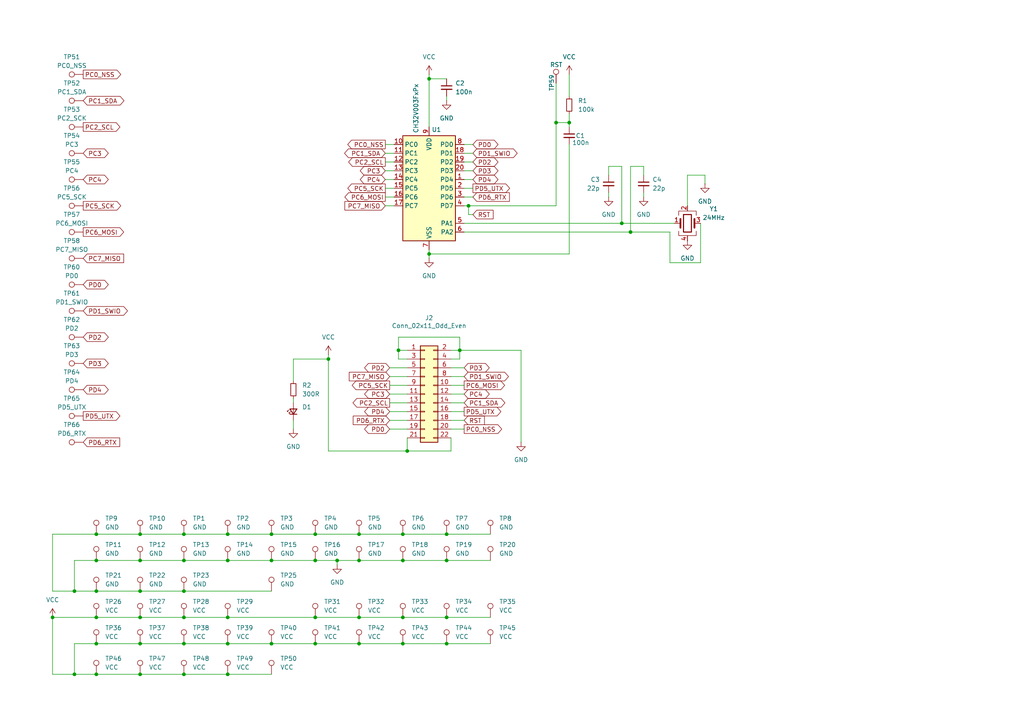
<source format=kicad_sch>
(kicad_sch (version 20231120) (generator "eeschema") (generator_version "8.0")
  (paper "A4")
  (lib_symbols
    (symbol "Connector:TestPoint" (pin_numbers hide) (pin_names (offset 0.762) hide)
      (property "Reference" "TP" (at 0 6.858 0))
      (property "Value" "TestPoint" (at 0 5.08 0))
      (symbol "TestPoint_0_1"
        (circle (center 0 3.302) (radius 0.762))
      )
      (symbol "TestPoint_1_1"
        (pin passive line (at 0 0 90) (length 2.54) (name "1") (number "1"))
      )
    )
    (symbol "Connector_Generic:Conn_02x11_Odd_Even" (pin_names (offset 1.016) hide)
      (property "Reference" "J" (at 1.27 15.24 0))
      (property "Value" "Conn_02x11_Odd_Even" (at 1.27 -15.24 0))
      (symbol "Conn_02x11_Odd_Even_1_1"
        (rectangle (start -1.27 -12.573) (end 0 -12.827) (stroke (width 0.1524)))
        (rectangle (start -1.27 -10.033) (end 0 -10.287) (stroke (width 0.1524)))
        (rectangle (start -1.27 -7.493) (end 0 -7.747) (stroke (width 0.1524)))
        (rectangle (start -1.27 -4.953) (end 0 -5.207) (stroke (width 0.1524)))
        (rectangle (start -1.27 -2.413) (end 0 -2.667) (stroke (width 0.1524)))
        (rectangle (start -1.27 0.127) (end 0 -0.127) (stroke (width 0.1524)))
        (rectangle (start -1.27 2.667) (end 0 2.413) (stroke (width 0.1524)))
        (rectangle (start -1.27 5.207) (end 0 4.953) (stroke (width 0.1524)))
        (rectangle (start -1.27 7.747) (end 0 7.493) (stroke (width 0.1524)))
        (rectangle (start -1.27 10.287) (end 0 10.033) (stroke (width 0.1524)))
        (rectangle (start -1.27 12.827) (end 0 12.573) (stroke (width 0.1524)))
        (rectangle (start -1.27 13.97) (end 3.81 -13.97) (stroke (width 0.254)) (fill (type background)))
        (rectangle (start 3.81 -12.573) (end 2.54 -12.827) (stroke (width 0.1524)))
        (rectangle (start 3.81 -10.033) (end 2.54 -10.287) (stroke (width 0.1524)))
        (rectangle (start 3.81 -7.493) (end 2.54 -7.747) (stroke (width 0.1524)))
        (rectangle (start 3.81 -4.953) (end 2.54 -5.207) (stroke (width 0.1524)))
        (rectangle (start 3.81 -2.413) (end 2.54 -2.667) (stroke (width 0.1524)))
        (rectangle (start 3.81 0.127) (end 2.54 -0.127) (stroke (width 0.1524)))
        (rectangle (start 3.81 2.667) (end 2.54 2.413) (stroke (width 0.1524)))
        (rectangle (start 3.81 5.207) (end 2.54 4.953) (stroke (width 0.1524)))
        (rectangle (start 3.81 7.747) (end 2.54 7.493) (stroke (width 0.1524)))
        (rectangle (start 3.81 10.287) (end 2.54 10.033) (stroke (width 0.1524)))
        (rectangle (start 3.81 12.827) (end 2.54 12.573) (stroke (width 0.1524)))
        (pin passive line (at -5.08 12.7 0) (length 3.81) (name "Pin_1") (number "1"))
        (pin passive line (at 7.62 2.54 180) (length 3.81) (name "Pin_10") (number "10"))
        (pin passive line (at -5.08 0 0) (length 3.81) (name "Pin_11") (number "11"))
        (pin passive line (at 7.62 0 180) (length 3.81) (name "Pin_12") (number "12"))
        (pin passive line (at -5.08 -2.54 0) (length 3.81) (name "Pin_13") (number "13"))
        (pin passive line (at 7.62 -2.54 180) (length 3.81) (name "Pin_14") (number "14"))
        (pin passive line (at -5.08 -5.08 0) (length 3.81) (name "Pin_15") (number "15"))
        (pin passive line (at 7.62 -5.08 180) (length 3.81) (name "Pin_16") (number "16"))
        (pin passive line (at -5.08 -7.62 0) (length 3.81) (name "Pin_17") (number "17"))
        (pin passive line (at 7.62 -7.62 180) (length 3.81) (name "Pin_18") (number "18"))
        (pin passive line (at -5.08 -10.16 0) (length 3.81) (name "Pin_19") (number "19"))
        (pin passive line (at 7.62 12.7 180) (length 3.81) (name "Pin_2") (number "2"))
        (pin passive line (at 7.62 -10.16 180) (length 3.81) (name "Pin_20") (number "20"))
        (pin passive line (at -5.08 -12.7 0) (length 3.81) (name "Pin_21") (number "21"))
        (pin passive line (at 7.62 -12.7 180) (length 3.81) (name "Pin_22") (number "22"))
        (pin passive line (at -5.08 10.16 0) (length 3.81) (name "Pin_3") (number "3"))
        (pin passive line (at 7.62 10.16 180) (length 3.81) (name "Pin_4") (number "4"))
        (pin passive line (at -5.08 7.62 0) (length 3.81) (name "Pin_5") (number "5"))
        (pin passive line (at 7.62 7.62 180) (length 3.81) (name "Pin_6") (number "6"))
        (pin passive line (at -5.08 5.08 0) (length 3.81) (name "Pin_7") (number "7"))
        (pin passive line (at 7.62 5.08 180) (length 3.81) (name "Pin_8") (number "8"))
        (pin passive line (at -5.08 2.54 0) (length 3.81) (name "Pin_9") (number "9"))
      )
    )
    (symbol "Device:C_Small" (pin_numbers hide) (pin_names (offset 0.254) hide)
      (property "Reference" "C" (at 0.254 1.778 0))
      (property "Value" "C_Small" (at 0.254 -2.032 0))
      (symbol "C_Small_0_1"
        (polyline (pts (xy -1.524 -0.508) (xy 1.524 -0.508)) (stroke (width 0.3302)))
        (polyline (pts (xy -1.524 0.508) (xy 1.524 0.508)) (stroke (width 0.3048)))
      )
      (symbol "C_Small_1_1"
        (pin passive line (at 0 2.54 270) (length 2.032) (name "~") (number "1"))
        (pin passive line (at 0 -2.54 90) (length 2.032) (name "~") (number "2"))
      )
    )
    (symbol "Device:Crystal_GND24" (pin_names (offset 1.016) hide)
      (property "Reference" "Y" (at 3.175 5.08 0))
      (property "Value" "Crystal_GND24" (at 3.175 3.175 0))
      (symbol "Crystal_GND24_0_1"
        (rectangle (start -1.143 2.54) (end 1.143 -2.54) (stroke (width 0.3048)))
        (polyline (pts (xy -2.54 0) (xy -2.032 0)))
        (polyline (pts (xy -2.032 -1.27) (xy -2.032 1.27)) (stroke (width 0.508)))
        (polyline (pts (xy 0 -3.81) (xy 0 -3.556)))
        (polyline (pts (xy 0 3.556) (xy 0 3.81)))
        (polyline (pts (xy 2.032 -1.27) (xy 2.032 1.27)) (stroke (width 0.508)))
        (polyline (pts (xy 2.032 0) (xy 2.54 0)))
        (polyline (pts (xy -2.54 -2.286) (xy -2.54 -3.556) (xy 2.54 -3.556) (xy 2.54 -2.286)))
        (polyline (pts (xy -2.54 2.286) (xy -2.54 3.556) (xy 2.54 3.556) (xy 2.54 2.286)))
      )
      (symbol "Crystal_GND24_1_1"
        (pin passive line (at -3.81 0 0) (length 1.27) (name "1") (number "1"))
        (pin passive line (at 0 5.08 270) (length 1.27) (name "2") (number "2"))
        (pin passive line (at 3.81 0 180) (length 1.27) (name "3") (number "3"))
        (pin passive line (at 0 -5.08 90) (length 1.27) (name "4") (number "4"))
      )
    )
    (symbol "Device:LED_Small" (pin_numbers hide) (pin_names (offset 0.254) hide)
      (property "Reference" "D" (at -1.27 3.175 0))
      (property "Value" "LED_Small" (at -4.445 -2.54 0))
      (symbol "LED_Small_0_1"
        (polyline (pts (xy -0.762 -1.016) (xy -0.762 1.016)) (stroke (width 0.254)))
        (polyline (pts (xy 1.016 0) (xy -0.762 0)))
        (polyline (pts (xy 0.762 -1.016) (xy -0.762 0) (xy 0.762 1.016) (xy 0.762 -1.016)) (stroke (width 0.254)))
        (polyline (pts (xy 0 0.762) (xy -0.508 1.27) (xy -0.254 1.27) (xy -0.508 1.27) (xy -0.508 1.016)))
        (polyline (pts (xy 0.508 1.27) (xy 0 1.778) (xy 0.254 1.778) (xy 0 1.778) (xy 0 1.524)))
      )
      (symbol "LED_Small_1_1"
        (pin passive line (at -2.54 0 0) (length 1.778) (name "K") (number "1"))
        (pin passive line (at 2.54 0 180) (length 1.778) (name "A") (number "2"))
      )
    )
    (symbol "Device:R_Small" (pin_numbers hide) (pin_names (offset 0.254) hide)
      (property "Reference" "R" (at 0.762 0.508 0))
      (property "Value" "R_Small" (at 0.762 -1.016 0))
      (symbol "R_Small_0_1"
        (rectangle (start -0.762 1.778) (end 0.762 -1.778) (stroke (width 0.2032)))
      )
      (symbol "R_Small_1_1"
        (pin passive line (at 0 2.54 270) (length 0.762) (name "~") (number "1"))
        (pin passive line (at 0 -2.54 90) (length 0.762) (name "~") (number "2"))
      )
    )
    (symbol "MCU_WCH_CH32V0:CH32V003FxPx"
      (property "Reference" "U" (at -7.62 17.78 0))
      (property "Value" "CH32V003FxPx" (at 7.62 17.78 0))
      (symbol "CH32V003FxPx_1_1"
        (rectangle (start -7.62 15.24) (end 7.62 -15.24) (stroke (width 0.254)) (fill (type background)))
        (pin bidirectional line (at 10.16 2.54 180) (length 2.54) (name "PD4") (number "1"))
        (pin bidirectional line (at -10.16 12.7 0) (length 2.54) (name "PC0") (number "10"))
        (pin bidirectional line (at -10.16 10.16 0) (length 2.54) (name "PC1") (number "11"))
        (pin bidirectional line (at -10.16 7.62 0) (length 2.54) (name "PC2") (number "12"))
        (pin bidirectional line (at -10.16 5.08 0) (length 2.54) (name "PC3") (number "13"))
        (pin bidirectional line (at -10.16 2.54 0) (length 2.54) (name "PC4") (number "14"))
        (pin bidirectional line (at -10.16 0 0) (length 2.54) (name "PC5") (number "15"))
        (pin bidirectional line (at -10.16 -2.54 0) (length 2.54) (name "PC6") (number "16"))
        (pin bidirectional line (at -10.16 -5.08 0) (length 2.54) (name "PC7") (number "17"))
        (pin bidirectional line (at 10.16 10.16 180) (length 2.54) (name "PD1") (number "18"))
        (pin bidirectional line (at 10.16 7.62 180) (length 2.54) (name "PD2") (number "19"))
        (pin bidirectional line (at 10.16 0 180) (length 2.54) (name "PD5") (number "2"))
        (pin bidirectional line (at 10.16 5.08 180) (length 2.54) (name "PD3") (number "20"))
        (pin bidirectional line (at 10.16 -2.54 180) (length 2.54) (name "PD6") (number "3"))
        (pin bidirectional line (at 10.16 -5.08 180) (length 2.54) (name "PD7") (number "4"))
        (pin bidirectional line (at 10.16 -10.16 180) (length 2.54) (name "PA1") (number "5"))
        (pin bidirectional line (at 10.16 -12.7 180) (length 2.54) (name "PA2") (number "6"))
        (pin power_in line (at 0 -17.78 90) (length 2.54) (name "VSS") (number "7"))
        (pin bidirectional line (at 10.16 12.7 180) (length 2.54) (name "PD0") (number "8"))
        (pin power_in line (at 0 17.78 270) (length 2.54) (name "VDD") (number "9"))
      )
    )
    (symbol "power:GND" (power) (pin_numbers hide) (pin_names (offset 0) hide)
      (property "Value" "GND" (at 0 -3.81 0))
      (symbol "GND_0_1"
        (polyline (pts (xy 0 0) (xy 0 -1.27) (xy 1.27 -1.27) (xy 0 -2.54) (xy -1.27 -1.27) (xy 0 -1.27)))
      )
      (symbol "GND_1_1"
        (pin power_in line (at 0 0 270) (length 0) (name "~") (number "1"))
      )
    )
    (symbol "power:VCC" (power) (pin_numbers hide) (pin_names (offset 0) hide)
      (property "Value" "VCC" (at 0 3.556 0))
      (symbol "VCC_0_1"
        (polyline (pts (xy -0.762 1.27) (xy 0 2.54)))
        (polyline (pts (xy 0 0) (xy 0 2.54)))
        (polyline (pts (xy 0 2.54) (xy 0.762 1.27)))
      )
      (symbol "VCC_1_1"
        (pin power_in line (at 0 0 90) (length 0) (name "~") (number "1"))
      )
    )
  )
  (junction (at 129.54 179.07))
  (junction (at 129.54 186.69))
  (junction (at 115.57 101.6))
  (junction (at 40.64 162.56))
  (junction (at 116.84 154.94))
  (junction (at 91.44 154.94))
  (junction (at 66.04 179.07))
  (junction (at 27.94 154.94))
  (junction (at 40.64 186.69))
  (junction (at 104.14 154.94))
  (junction (at 53.34 162.56))
  (junction (at 53.34 186.69))
  (junction (at 27.94 179.07))
  (junction (at 129.54 162.56))
  (junction (at 124.46 73.66))
  (junction (at 21.59 171.45))
  (junction (at 66.04 186.69))
  (junction (at 78.74 154.94))
  (junction (at 53.34 195.58))
  (junction (at 180.34 64.77))
  (junction (at 53.34 154.94))
  (junction (at 97.79 162.56))
  (junction (at 66.04 162.56))
  (junction (at 91.44 162.56))
  (junction (at 40.64 195.58))
  (junction (at 78.74 186.69))
  (junction (at 27.94 171.45))
  (junction (at 133.35 101.6))
  (junction (at 104.14 186.69))
  (junction (at 104.14 179.07))
  (junction (at 161.29 35.56))
  (junction (at 165.1 35.56))
  (junction (at 78.74 162.56))
  (junction (at 15.24 179.07))
  (junction (at 91.44 179.07))
  (junction (at 182.88 67.31))
  (junction (at 66.04 195.58))
  (junction (at 40.64 171.45))
  (junction (at 104.14 162.56))
  (junction (at 95.25 104.14))
  (junction (at 116.84 179.07))
  (junction (at 124.46 22.86))
  (junction (at 40.64 179.07))
  (junction (at 27.94 186.69))
  (junction (at 135.89 59.69))
  (junction (at 116.84 162.56))
  (junction (at 129.54 154.94))
  (junction (at 27.94 195.58))
  (junction (at 91.44 186.69))
  (junction (at 66.04 154.94))
  (junction (at 40.64 154.94))
  (junction (at 27.94 162.56))
  (junction (at 21.59 195.58))
  (junction (at 118.11 130.81))
  (junction (at 53.34 179.07))
  (junction (at 53.34 171.45))
  (junction (at 116.84 186.69))
  (wire (pts (xy 113.03 106.68) (xy 118.11 106.68)))
  (wire (pts (xy 199.39 50.8) (xy 204.47 50.8)))
  (wire (pts (xy 95.25 104.14) (xy 95.25 130.81)))
  (wire (pts (xy 194.31 76.2) (xy 194.31 67.31)))
  (wire (pts (xy 137.16 62.23) (xy 135.89 62.23)))
  (wire (pts (xy 111.76 44.45) (xy 114.3 44.45)))
  (wire (pts (xy 95.25 130.81) (xy 118.11 130.81)))
  (wire (pts (xy 15.24 154.94) (xy 15.24 171.45)))
  (wire (pts (xy 129.54 154.94) (xy 116.84 154.94)))
  (wire (pts (xy 180.34 64.77) (xy 195.58 64.77)))
  (wire (pts (xy 130.81 114.3) (xy 134.62 114.3)))
  (wire (pts (xy 27.94 154.94) (xy 15.24 154.94)))
  (wire (pts (xy 116.84 186.69) (xy 129.54 186.69)))
  (wire (pts (xy 134.62 44.45) (xy 137.16 44.45)))
  (wire (pts (xy 130.81 121.92) (xy 134.62 121.92)))
  (wire (pts (xy 27.94 186.69) (xy 40.64 186.69)))
  (wire (pts (xy 130.81 106.68) (xy 134.62 106.68)))
  (wire (pts (xy 124.46 21.59) (xy 124.46 22.86)))
  (wire (pts (xy 40.64 195.58) (xy 53.34 195.58)))
  (wire (pts (xy 53.34 171.45) (xy 78.74 171.45)))
  (wire (pts (xy 165.1 73.66) (xy 165.1 41.91)))
  (wire (pts (xy 142.24 154.94) (xy 129.54 154.94)))
  (wire (pts (xy 203.2 76.2) (xy 194.31 76.2)))
  (wire (pts (xy 21.59 186.69) (xy 27.94 186.69)))
  (wire (pts (xy 111.76 54.61) (xy 114.3 54.61)))
  (wire (pts (xy 204.47 50.8) (xy 204.47 53.34)))
  (wire (pts (xy 78.74 162.56) (xy 91.44 162.56)))
  (wire (pts (xy 85.09 124.46) (xy 85.09 121.92)))
  (wire (pts (xy 104.14 179.07) (xy 116.84 179.07)))
  (wire (pts (xy 135.89 62.23) (xy 135.89 59.69)))
  (wire (pts (xy 40.64 186.69) (xy 53.34 186.69)))
  (wire (pts (xy 134.62 46.99) (xy 137.16 46.99)))
  (wire (pts (xy 176.53 48.26) (xy 176.53 50.8)))
  (wire (pts (xy 124.46 73.66) (xy 165.1 73.66)))
  (wire (pts (xy 130.81 130.81) (xy 130.81 127)))
  (wire (pts (xy 91.44 186.69) (xy 104.14 186.69)))
  (wire (pts (xy 124.46 22.86) (xy 124.46 36.83)))
  (wire (pts (xy 124.46 72.39) (xy 124.46 73.66)))
  (wire (pts (xy 104.14 154.94) (xy 91.44 154.94)))
  (wire (pts (xy 129.54 29.21) (xy 129.54 27.94)))
  (wire (pts (xy 180.34 48.26) (xy 180.34 64.77)))
  (wire (pts (xy 130.81 109.22) (xy 134.62 109.22)))
  (wire (pts (xy 40.64 162.56) (xy 53.34 162.56)))
  (wire (pts (xy 97.79 162.56) (xy 104.14 162.56)))
  (wire (pts (xy 91.44 162.56) (xy 97.79 162.56)))
  (wire (pts (xy 151.13 101.6) (xy 151.13 128.27)))
  (wire (pts (xy 165.1 35.56) (xy 165.1 36.83)))
  (wire (pts (xy 111.76 41.91) (xy 114.3 41.91)))
  (wire (pts (xy 130.81 101.6) (xy 133.35 101.6)))
  (wire (pts (xy 97.79 162.56) (xy 97.79 163.83)))
  (wire (pts (xy 104.14 186.69) (xy 116.84 186.69)))
  (wire (pts (xy 199.39 59.69) (xy 199.39 50.8)))
  (wire (pts (xy 104.14 162.56) (xy 116.84 162.56)))
  (wire (pts (xy 15.24 171.45) (xy 21.59 171.45)))
  (wire (pts (xy 133.35 97.79) (xy 133.35 101.6)))
  (wire (pts (xy 111.76 46.99) (xy 114.3 46.99)))
  (wire (pts (xy 66.04 154.94) (xy 53.34 154.94)))
  (wire (pts (xy 111.76 49.53) (xy 114.3 49.53)))
  (wire (pts (xy 85.09 110.49) (xy 85.09 104.14)))
  (wire (pts (xy 111.76 52.07) (xy 114.3 52.07)))
  (wire (pts (xy 129.54 22.86) (xy 124.46 22.86)))
  (wire (pts (xy 203.2 64.77) (xy 203.2 76.2)))
  (wire (pts (xy 134.62 64.77) (xy 180.34 64.77)))
  (wire (pts (xy 91.44 179.07) (xy 104.14 179.07)))
  (wire (pts (xy 134.62 57.15) (xy 137.16 57.15)))
  (wire (pts (xy 134.62 52.07) (xy 137.16 52.07)))
  (wire (pts (xy 135.89 59.69) (xy 161.29 59.69)))
  (wire (pts (xy 116.84 154.94) (xy 104.14 154.94)))
  (wire (pts (xy 85.09 104.14) (xy 95.25 104.14)))
  (wire (pts (xy 113.03 116.84) (xy 118.11 116.84)))
  (wire (pts (xy 40.64 179.07) (xy 53.34 179.07)))
  (wire (pts (xy 130.81 111.76) (xy 134.62 111.76)))
  (wire (pts (xy 21.59 171.45) (xy 27.94 171.45)))
  (wire (pts (xy 130.81 116.84) (xy 134.62 116.84)))
  (wire (pts (xy 165.1 33.02) (xy 165.1 35.56)))
  (wire (pts (xy 118.11 130.81) (xy 130.81 130.81)))
  (wire (pts (xy 95.25 102.87) (xy 95.25 104.14)))
  (wire (pts (xy 130.81 119.38) (xy 134.62 119.38)))
  (wire (pts (xy 111.76 57.15) (xy 114.3 57.15)))
  (wire (pts (xy 129.54 186.69) (xy 142.24 186.69)))
  (wire (pts (xy 53.34 179.07) (xy 66.04 179.07)))
  (wire (pts (xy 66.04 162.56) (xy 78.74 162.56)))
  (wire (pts (xy 134.62 41.91) (xy 137.16 41.91)))
  (wire (pts (xy 113.03 109.22) (xy 118.11 109.22)))
  (wire (pts (xy 27.94 179.07) (xy 40.64 179.07)))
  (wire (pts (xy 21.59 186.69) (xy 21.59 195.58)))
  (wire (pts (xy 118.11 127) (xy 118.11 130.81)))
  (wire (pts (xy 134.62 67.31) (xy 182.88 67.31)))
  (wire (pts (xy 15.24 179.07) (xy 15.24 195.58)))
  (wire (pts (xy 66.04 186.69) (xy 78.74 186.69)))
  (wire (pts (xy 134.62 49.53) (xy 137.16 49.53)))
  (wire (pts (xy 118.11 101.6) (xy 115.57 101.6)))
  (wire (pts (xy 186.69 48.26) (xy 186.69 50.8)))
  (wire (pts (xy 53.34 162.56) (xy 66.04 162.56)))
  (wire (pts (xy 53.34 186.69) (xy 66.04 186.69)))
  (wire (pts (xy 129.54 179.07) (xy 142.24 179.07)))
  (wire (pts (xy 134.62 59.69) (xy 135.89 59.69)))
  (wire (pts (xy 27.94 179.07) (xy 15.24 179.07)))
  (wire (pts (xy 133.35 101.6) (xy 151.13 101.6)))
  (wire (pts (xy 113.03 114.3) (xy 118.11 114.3)))
  (wire (pts (xy 40.64 171.45) (xy 27.94 171.45)))
  (wire (pts (xy 53.34 171.45) (xy 40.64 171.45)))
  (wire (pts (xy 186.69 48.26) (xy 182.88 48.26)))
  (wire (pts (xy 161.29 59.69) (xy 161.29 35.56)))
  (wire (pts (xy 116.84 162.56) (xy 129.54 162.56)))
  (wire (pts (xy 124.46 73.66) (xy 124.46 74.93)))
  (wire (pts (xy 27.94 162.56) (xy 40.64 162.56)))
  (wire (pts (xy 161.29 35.56) (xy 165.1 35.56)))
  (wire (pts (xy 130.81 124.46) (xy 134.62 124.46)))
  (wire (pts (xy 133.35 104.14) (xy 133.35 101.6)))
  (wire (pts (xy 78.74 186.69) (xy 91.44 186.69)))
  (wire (pts (xy 113.03 119.38) (xy 118.11 119.38)))
  (wire (pts (xy 113.03 111.76) (xy 118.11 111.76)))
  (wire (pts (xy 129.54 162.56) (xy 142.24 162.56)))
  (wire (pts (xy 134.62 54.61) (xy 137.16 54.61)))
  (wire (pts (xy 85.09 116.84) (xy 85.09 115.57)))
  (wire (pts (xy 53.34 195.58) (xy 66.04 195.58)))
  (wire (pts (xy 116.84 179.07) (xy 129.54 179.07)))
  (wire (pts (xy 111.76 59.69) (xy 114.3 59.69)))
  (wire (pts (xy 15.24 195.58) (xy 21.59 195.58)))
  (wire (pts (xy 78.74 154.94) (xy 66.04 154.94)))
  (wire (pts (xy 21.59 162.56) (xy 27.94 162.56)))
  (wire (pts (xy 115.57 101.6) (xy 115.57 97.79)))
  (wire (pts (xy 118.11 104.14) (xy 115.57 104.14)))
  (wire (pts (xy 21.59 195.58) (xy 27.94 195.58)))
  (wire (pts (xy 21.59 162.56) (xy 21.59 171.45)))
  (wire (pts (xy 66.04 179.07) (xy 91.44 179.07)))
  (wire (pts (xy 161.29 24.13) (xy 161.29 35.56)))
  (wire (pts (xy 115.57 97.79) (xy 133.35 97.79)))
  (wire (pts (xy 113.03 124.46) (xy 118.11 124.46)))
  (wire (pts (xy 115.57 104.14) (xy 115.57 101.6)))
  (wire (pts (xy 186.69 55.88) (xy 186.69 57.15)))
  (wire (pts (xy 176.53 48.26) (xy 180.34 48.26)))
  (wire (pts (xy 165.1 21.59) (xy 165.1 27.94)))
  (wire (pts (xy 113.03 121.92) (xy 118.11 121.92)))
  (wire (pts (xy 194.31 67.31) (xy 182.88 67.31)))
  (wire (pts (xy 182.88 48.26) (xy 182.88 67.31)))
  (wire (pts (xy 91.44 154.94) (xy 78.74 154.94)))
  (wire (pts (xy 130.81 104.14) (xy 133.35 104.14)))
  (wire (pts (xy 176.53 55.88) (xy 176.53 57.15)))
  (wire (pts (xy 53.34 154.94) (xy 40.64 154.94)))
  (wire (pts (xy 66.04 195.58) (xy 78.74 195.58)))
  (wire (pts (xy 27.94 195.58) (xy 40.64 195.58)))
  (wire (pts (xy 40.64 154.94) (xy 27.94 154.94)))
  (global_label "PC1_SDA" (shape bidirectional) (at 134.62 116.84 0) (property "Intersheetrefs" "${INTERSHEET_REFS}" (effects (hide yes))))
  (global_label "PD2" (shape bidirectional) (at 113.03 106.68 180) (property "Intersheetrefs" "${INTERSHEET_REFS}" (effects (hide yes))))
  (global_label "PC6_MOSI" (shape output) (at 134.62 111.76 0) (property "Intersheetrefs" "${INTERSHEET_REFS}" (effects (hide yes))))
  (global_label "PC1_SDA" (shape bidirectional) (at 111.76 44.45 180) (property "Intersheetrefs" "${INTERSHEET_REFS}" (effects (hide yes))))
  (global_label "PC7_MISO" (shape input) (at 111.76 59.69 180) (property "Intersheetrefs" "${INTERSHEET_REFS}" (effects (hide yes))))
  (global_label "PC7_MISO" (shape input) (at 113.03 109.22 180) (property "Intersheetrefs" "${INTERSHEET_REFS}" (effects (hide yes))))
  (global_label "PD5_UTX" (shape output) (at 137.16 54.61 0) (property "Intersheetrefs" "${INTERSHEET_REFS}" (effects (hide yes))))
  (global_label "PD2" (shape bidirectional) (at 137.16 46.99 0) (property "Intersheetrefs" "${INTERSHEET_REFS}" (effects (hide yes))))
  (global_label "PC5_SCK" (shape output) (at 113.03 111.76 180) (property "Intersheetrefs" "${INTERSHEET_REFS}" (effects (hide yes))))
  (global_label "PD2" (shape bidirectional) (at 24.13 97.79 0) (property "Intersheetrefs" "${INTERSHEET_REFS}" (effects (hide yes))))
  (global_label "PC0_NSS" (shape output) (at 134.62 124.46 0) (property "Intersheetrefs" "${INTERSHEET_REFS}" (effects (hide yes))))
  (global_label "PD1_SWIO" (shape bidirectional) (at 137.16 44.45 0) (property "Intersheetrefs" "${INTERSHEET_REFS}" (effects (hide yes))))
  (global_label "PC3" (shape bidirectional) (at 113.03 114.3 180) (property "Intersheetrefs" "${INTERSHEET_REFS}" (effects (hide yes))))
  (global_label "PC6_MOSI" (shape output) (at 111.76 57.15 180) (property "Intersheetrefs" "${INTERSHEET_REFS}" (effects (hide yes))))
  (global_label "RST" (shape input) (at 134.62 121.92 0) (property "Intersheetrefs" "${INTERSHEET_REFS}" (effects (hide yes))))
  (global_label "PC7_MISO" (shape input) (at 24.13 74.93 0) (property "Intersheetrefs" "${INTERSHEET_REFS}" (effects (hide yes))))
  (global_label "PC2_SCL" (shape output) (at 113.03 116.84 180) (property "Intersheetrefs" "${INTERSHEET_REFS}" (effects (hide yes))))
  (global_label "PD3" (shape bidirectional) (at 137.16 49.53 0) (property "Intersheetrefs" "${INTERSHEET_REFS}" (effects (hide yes))))
  (global_label "PD5_UTX" (shape output) (at 24.13 120.65 0) (property "Intersheetrefs" "${INTERSHEET_REFS}" (effects (hide yes))))
  (global_label "PC5_SCK" (shape output) (at 111.76 54.61 180) (property "Intersheetrefs" "${INTERSHEET_REFS}" (effects (hide yes))))
  (global_label "PC4" (shape bidirectional) (at 134.62 114.3 0) (property "Intersheetrefs" "${INTERSHEET_REFS}" (effects (hide yes))))
  (global_label "PD4" (shape bidirectional) (at 137.16 52.07 0) (property "Intersheetrefs" "${INTERSHEET_REFS}" (effects (hide yes))))
  (global_label "PD5_UTX" (shape output) (at 134.62 119.38 0) (property "Intersheetrefs" "${INTERSHEET_REFS}" (effects (hide yes))))
  (global_label "RST" (shape input) (at 137.16 62.23 0) (property "Intersheetrefs" "${INTERSHEET_REFS}" (effects (hide yes))))
  (global_label "PD1_SWIO" (shape bidirectional) (at 134.62 109.22 0) (property "Intersheetrefs" "${INTERSHEET_REFS}" (effects (hide yes))))
  (global_label "PD6_RTX" (shape input) (at 137.16 57.15 0) (property "Intersheetrefs" "${INTERSHEET_REFS}" (effects (hide yes))))
  (global_label "PC5_SCK" (shape output) (at 24.13 59.69 0) (property "Intersheetrefs" "${INTERSHEET_REFS}" (effects (hide yes))))
  (global_label "PC2_SCL" (shape output) (at 24.13 36.83 0) (property "Intersheetrefs" "${INTERSHEET_REFS}" (effects (hide yes))))
  (global_label "PC4" (shape bidirectional) (at 24.13 52.07 0) (property "Intersheetrefs" "${INTERSHEET_REFS}" (effects (hide yes))))
  (global_label "PC3" (shape bidirectional) (at 111.76 49.53 180) (property "Intersheetrefs" "${INTERSHEET_REFS}" (effects (hide yes))))
  (global_label "PD3" (shape bidirectional) (at 134.62 106.68 0) (property "Intersheetrefs" "${INTERSHEET_REFS}" (effects (hide yes))))
  (global_label "PC6_MOSI" (shape output) (at 24.13 67.31 0) (property "Intersheetrefs" "${INTERSHEET_REFS}" (effects (hide yes))))
  (global_label "PC0_NSS" (shape output) (at 111.76 41.91 180) (property "Intersheetrefs" "${INTERSHEET_REFS}" (effects (hide yes))))
  (global_label "PD0" (shape bidirectional) (at 137.16 41.91 0) (property "Intersheetrefs" "${INTERSHEET_REFS}" (effects (hide yes))))
  (global_label "PD4" (shape bidirectional) (at 24.13 113.03 0) (property "Intersheetrefs" "${INTERSHEET_REFS}" (effects (hide yes))))
  (global_label "PC3" (shape bidirectional) (at 24.13 44.45 0) (property "Intersheetrefs" "${INTERSHEET_REFS}" (effects (hide yes))))
  (global_label "PD6_RTX" (shape input) (at 24.13 128.27 0) (property "Intersheetrefs" "${INTERSHEET_REFS}" (effects (hide yes))))
  (global_label "PC0_NSS" (shape output) (at 24.13 21.59 0) (property "Intersheetrefs" "${INTERSHEET_REFS}" (effects (hide yes))))
  (global_label "PC2_SCL" (shape output) (at 111.76 46.99 180) (property "Intersheetrefs" "${INTERSHEET_REFS}" (effects (hide yes))))
  (global_label "PD0" (shape bidirectional) (at 24.13 82.55 0) (property "Intersheetrefs" "${INTERSHEET_REFS}" (effects (hide yes))))
  (global_label "PC4" (shape bidirectional) (at 111.76 52.07 180) (property "Intersheetrefs" "${INTERSHEET_REFS}" (effects (hide yes))))
  (global_label "PD3" (shape bidirectional) (at 24.13 105.41 0) (property "Intersheetrefs" "${INTERSHEET_REFS}" (effects (hide yes))))
  (global_label "PD6_RTX" (shape input) (at 113.03 121.92 180) (property "Intersheetrefs" "${INTERSHEET_REFS}" (effects (hide yes))))
  (global_label "PC1_SDA" (shape bidirectional) (at 24.13 29.21 0) (property "Intersheetrefs" "${INTERSHEET_REFS}" (effects (hide yes))))
  (global_label "PD0" (shape bidirectional) (at 113.03 124.46 180) (property "Intersheetrefs" "${INTERSHEET_REFS}" (effects (hide yes))))
  (global_label "PD4" (shape bidirectional) (at 113.03 119.38 180) (property "Intersheetrefs" "${INTERSHEET_REFS}" (effects (hide yes))))
  (global_label "PD1_SWIO" (shape bidirectional) (at 24.13 90.17 0) (property "Intersheetrefs" "${INTERSHEET_REFS}" (effects (hide yes))))
  (symbol (lib_id "Connector:TestPoint") (at 24.13 97.79 90) (unit 1)
    (property "Reference" "TP62" (at 20.828 92.71 90))
    (property "Value" "PD2" (at 20.828 95.25 90))
    (property "Footprint" "TestPoint:TestPoint_THTPad_D1.0mm_Drill0.5mm" (effects (hide yes)))
    (property "Description" "test point" (effects (hide yes)))
  )
  (symbol (lib_id "Connector:TestPoint") (at 66.04 195.58 0) (unit 1)
    (property "Reference" "TP49" (at 68.58 191.0079 0) (effects (justify left)))
    (property "Value" "VCC" (at 68.58 193.5479 0) (effects (justify left)))
    (property "Footprint" "TestPoint:TestPoint_THTPad_D2.0mm_Drill1.0mm" (effects (hide yes)))
    (property "Description" "test point" (effects (hide yes)))
  )
  (symbol (lib_id "Device:R_Small") (at 165.1 30.48 0) (unit 1)
    (property "Reference" "R1" (at 167.64 29.2099 0) (effects (justify left)))
    (property "Value" "100k" (at 167.64 31.7499 0) (effects (justify left)))
    (property "Footprint" "Resistor_SMD:R_0805_2012Metric_Pad1.20x1.40mm_HandSolder" (effects (hide yes)))
  )
  (symbol (lib_id "power:GND") (at 85.09 124.46 0) (unit 1)
    (property "Reference" "#PWR05" (effects (hide yes)))
    (property "Value" "GND" (at 85.09 129.54 0))
    (property "Description" "Power symbol creates a global label with name \"GND\" , ground" (effects (hide yes)))
  )
  (symbol (lib_id "Connector:TestPoint") (at 27.94 186.69 0) (unit 1)
    (property "Reference" "TP36" (at 30.48 182.1179 0) (effects (justify left)))
    (property "Value" "VCC" (at 30.48 184.6579 0) (effects (justify left)))
    (property "Footprint" "TestPoint:TestPoint_THTPad_D2.0mm_Drill1.0mm" (effects (hide yes)))
    (property "Description" "test point" (effects (hide yes)))
  )
  (symbol (lib_id "Connector:TestPoint") (at 40.64 179.07 0) (unit 1)
    (property "Reference" "TP27" (at 43.18 174.4979 0) (effects (justify left)))
    (property "Value" "VCC" (at 43.18 177.0379 0) (effects (justify left)))
    (property "Footprint" "TestPoint:TestPoint_THTPad_D2.0mm_Drill1.0mm" (effects (hide yes)))
    (property "Description" "test point" (effects (hide yes)))
  )
  (symbol (lib_id "Connector:TestPoint") (at 53.34 162.56 0) (unit 1)
    (property "Reference" "TP13" (at 55.88 157.9879 0) (effects (justify left)))
    (property "Value" "GND" (at 55.88 160.5279 0) (effects (justify left)))
    (property "Footprint" "TestPoint:TestPoint_THTPad_D2.0mm_Drill1.0mm" (effects (hide yes)))
    (property "Description" "test point" (effects (hide yes)))
  )
  (symbol (lib_id "power:VCC") (at 95.25 102.87 0) (unit 1)
    (property "Reference" "#PWR07" (effects (hide yes)))
    (property "Value" "VCC" (at 95.25 97.79 0))
    (property "Description" "Power symbol creates a global label with name \"VCC\"" (effects (hide yes)))
  )
  (symbol (lib_id "Connector:TestPoint") (at 40.64 171.45 0) (unit 1)
    (property "Reference" "TP22" (at 43.18 166.8779 0) (effects (justify left)))
    (property "Value" "GND" (at 43.18 169.4179 0) (effects (justify left)))
    (property "Footprint" "TestPoint:TestPoint_THTPad_D2.0mm_Drill1.0mm" (effects (hide yes)))
    (property "Description" "test point" (effects (hide yes)))
  )
  (symbol (lib_id "Connector:TestPoint") (at 142.24 186.69 0) (unit 1)
    (property "Reference" "TP45" (at 144.78 182.1179 0) (effects (justify left)))
    (property "Value" "VCC" (at 144.78 184.6579 0) (effects (justify left)))
    (property "Footprint" "TestPoint:TestPoint_THTPad_D2.0mm_Drill1.0mm" (effects (hide yes)))
    (property "Description" "test point" (effects (hide yes)))
  )
  (symbol (lib_id "Connector:TestPoint") (at 142.24 179.07 0) (unit 1)
    (property "Reference" "TP35" (at 144.78 174.4979 0) (effects (justify left)))
    (property "Value" "VCC" (at 144.78 177.0379 0) (effects (justify left)))
    (property "Footprint" "TestPoint:TestPoint_THTPad_D2.0mm_Drill1.0mm" (effects (hide yes)))
    (property "Description" "test point" (effects (hide yes)))
  )
  (symbol (lib_id "Connector:TestPoint") (at 78.74 162.56 0) (unit 1)
    (property "Reference" "TP15" (at 81.28 157.9879 0) (effects (justify left)))
    (property "Value" "GND" (at 81.28 160.5279 0) (effects (justify left)))
    (property "Footprint" "TestPoint:TestPoint_THTPad_D2.0mm_Drill1.0mm" (effects (hide yes)))
    (property "Description" "test point" (effects (hide yes)))
  )
  (symbol (lib_id "Connector:TestPoint") (at 104.14 179.07 0) (unit 1)
    (property "Reference" "TP32" (at 106.68 174.4979 0) (effects (justify left)))
    (property "Value" "VCC" (at 106.68 177.0379 0) (effects (justify left)))
    (property "Footprint" "TestPoint:TestPoint_THTPad_D2.0mm_Drill1.0mm" (effects (hide yes)))
    (property "Description" "test point" (effects (hide yes)))
  )
  (symbol (lib_id "Connector:TestPoint") (at 116.84 154.94 0) (unit 1)
    (property "Reference" "TP6" (at 119.38 150.3679 0) (effects (justify left)))
    (property "Value" "GND" (at 119.38 152.9079 0) (effects (justify left)))
    (property "Footprint" "TestPoint:TestPoint_THTPad_D2.0mm_Drill1.0mm" (effects (hide yes)))
    (property "Description" "test point" (effects (hide yes)))
  )
  (symbol (lib_id "power:GND") (at 186.69 57.15 0) (mirror y) (unit 1)
    (property "Reference" "#PWR015" (effects (hide yes)))
    (property "Value" "GND" (at 186.69 62.23 0))
  )
  (symbol (lib_id "Connector:TestPoint") (at 66.04 186.69 0) (unit 1)
    (property "Reference" "TP39" (at 68.58 182.1179 0) (effects (justify left)))
    (property "Value" "VCC" (at 68.58 184.6579 0) (effects (justify left)))
    (property "Footprint" "TestPoint:TestPoint_THTPad_D2.0mm_Drill1.0mm" (effects (hide yes)))
    (property "Description" "test point" (effects (hide yes)))
  )
  (symbol (lib_id "Device:LED_Small") (at 85.09 119.38 90) (unit 1)
    (property "Reference" "D1" (at 87.63 118.0465 90) (effects (justify right)))
    (property "Value" "PowerGood" (effects (hide yes)))
    (property "Footprint" "LED_SMD:LED_0805_2012Metric_Pad1.15x1.40mm_HandSolder" (effects (hide yes)))
  )
  (symbol (lib_id "Device:C_Small") (at 165.1 39.37 0) (unit 1)
    (property "Reference" "C1" (at 169.672 39.37 0) (effects (justify right)))
    (property "Value" "100n" (at 170.942 41.402 0) (effects (justify right)))
    (property "Footprint" "Capacitor_SMD:C_0805_2012Metric_Pad1.18x1.45mm_HandSolder" (effects (hide yes)))
  )
  (symbol (lib_id "Connector:TestPoint") (at 116.84 186.69 0) (unit 1)
    (property "Reference" "TP43" (at 119.38 182.1179 0) (effects (justify left)))
    (property "Value" "VCC" (at 119.38 184.6579 0) (effects (justify left)))
    (property "Footprint" "TestPoint:TestPoint_THTPad_D2.0mm_Drill1.0mm" (effects (hide yes)))
    (property "Description" "test point" (effects (hide yes)))
  )
  (symbol (lib_id "Connector:TestPoint") (at 91.44 179.07 0) (unit 1)
    (property "Reference" "TP31" (at 93.98 174.4979 0) (effects (justify left)))
    (property "Value" "VCC" (at 93.98 177.0379 0) (effects (justify left)))
    (property "Footprint" "TestPoint:TestPoint_THTPad_D2.0mm_Drill1.0mm" (effects (hide yes)))
    (property "Description" "test point" (effects (hide yes)))
  )
  (symbol (lib_id "Connector:TestPoint") (at 66.04 154.94 0) (unit 1)
    (property "Reference" "TP2" (at 68.58 150.3679 0) (effects (justify left)))
    (property "Value" "GND" (at 68.58 152.9079 0) (effects (justify left)))
    (property "Footprint" "TestPoint:TestPoint_THTPad_D2.0mm_Drill1.0mm" (effects (hide yes)))
    (property "Description" "test point" (effects (hide yes)))
  )
  (symbol (lib_id "Connector:TestPoint") (at 24.13 105.41 90) (unit 1)
    (property "Reference" "TP63" (at 20.828 100.33 90))
    (property "Value" "PD3" (at 20.828 102.87 90))
    (property "Footprint" "TestPoint:TestPoint_THTPad_D1.0mm_Drill0.5mm" (effects (hide yes)))
    (property "Description" "test point" (effects (hide yes)))
  )
  (symbol (lib_id "Connector:TestPoint") (at 142.24 154.94 0) (unit 1)
    (property "Reference" "TP8" (at 144.78 150.3679 0) (effects (justify left)))
    (property "Value" "GND" (at 144.78 152.9079 0) (effects (justify left)))
    (property "Footprint" "TestPoint:TestPoint_THTPad_D2.0mm_Drill1.0mm" (effects (hide yes)))
    (property "Description" "test point" (effects (hide yes)))
  )
  (symbol (lib_id "Connector:TestPoint") (at 129.54 162.56 0) (unit 1)
    (property "Reference" "TP19" (at 132.08 157.9879 0) (effects (justify left)))
    (property "Value" "GND" (at 132.08 160.5279 0) (effects (justify left)))
    (property "Footprint" "TestPoint:TestPoint_THTPad_D2.0mm_Drill1.0mm" (effects (hide yes)))
    (property "Description" "test point" (effects (hide yes)))
  )
  (symbol (lib_id "Connector:TestPoint") (at 24.13 59.69 90) (unit 1)
    (property "Reference" "TP56" (at 20.828 54.61 90))
    (property "Value" "PC5_SCK" (at 20.828 57.15 90))
    (property "Footprint" "TestPoint:TestPoint_THTPad_D1.0mm_Drill0.5mm" (effects (hide yes)))
    (property "Description" "test point" (effects (hide yes)))
  )
  (symbol (lib_id "Connector:TestPoint") (at 53.34 171.45 0) (unit 1)
    (property "Reference" "TP23" (at 55.88 166.8779 0) (effects (justify left)))
    (property "Value" "GND" (at 55.88 169.4179 0) (effects (justify left)))
    (property "Footprint" "TestPoint:TestPoint_THTPad_D2.0mm_Drill1.0mm" (effects (hide yes)))
    (property "Description" "test point" (effects (hide yes)))
  )
  (symbol (lib_id "Connector:TestPoint") (at 24.13 67.31 90) (unit 1)
    (property "Reference" "TP57" (at 20.828 62.23 90))
    (property "Value" "PC6_MOSI" (at 20.828 64.77 90))
    (property "Footprint" "TestPoint:TestPoint_THTPad_D1.0mm_Drill0.5mm" (effects (hide yes)))
    (property "Description" "test point" (effects (hide yes)))
  )
  (symbol (lib_id "Connector:TestPoint") (at 129.54 154.94 0) (unit 1)
    (property "Reference" "TP7" (at 132.08 150.3679 0) (effects (justify left)))
    (property "Value" "GND" (at 132.08 152.9079 0) (effects (justify left)))
    (property "Footprint" "TestPoint:TestPoint_THTPad_D2.0mm_Drill1.0mm" (effects (hide yes)))
    (property "Description" "test point" (effects (hide yes)))
  )
  (symbol (lib_id "power:VCC") (at 15.24 179.07 0) (unit 1)
    (property "Reference" "#PWR06" (effects (hide yes)))
    (property "Value" "VCC" (at 15.24 173.99 0))
    (property "Description" "Power symbol creates a global label with name \"VCC\"" (effects (hide yes)))
  )
  (symbol (lib_id "Connector:TestPoint") (at 66.04 162.56 0) (unit 1)
    (property "Reference" "TP14" (at 68.58 157.9879 0) (effects (justify left)))
    (property "Value" "GND" (at 68.58 160.5279 0) (effects (justify left)))
    (property "Footprint" "TestPoint:TestPoint_THTPad_D2.0mm_Drill1.0mm" (effects (hide yes)))
    (property "Description" "test point" (effects (hide yes)))
  )
  (symbol (lib_id "Connector:TestPoint") (at 24.13 82.55 90) (unit 1)
    (property "Reference" "TP60" (at 20.828 77.47 90))
    (property "Value" "PD0" (at 20.828 80.01 90))
    (property "Footprint" "TestPoint:TestPoint_THTPad_D1.0mm_Drill0.5mm" (effects (hide yes)))
    (property "Description" "test point" (effects (hide yes)))
  )
  (symbol (lib_id "Connector:TestPoint") (at 78.74 154.94 0) (unit 1)
    (property "Reference" "TP3" (at 81.28 150.3679 0) (effects (justify left)))
    (property "Value" "GND" (at 81.28 152.9079 0) (effects (justify left)))
    (property "Footprint" "TestPoint:TestPoint_THTPad_D2.0mm_Drill1.0mm" (effects (hide yes)))
    (property "Description" "test point" (effects (hide yes)))
  )
  (symbol (lib_id "Connector:TestPoint") (at 24.13 128.27 90) (unit 1)
    (property "Reference" "TP66" (at 20.828 123.19 90))
    (property "Value" "PD6_RTX" (at 20.828 125.73 90))
    (property "Footprint" "TestPoint:TestPoint_THTPad_D1.0mm_Drill0.5mm" (effects (hide yes)))
    (property "Description" "test point" (effects (hide yes)))
  )
  (symbol (lib_id "power:VCC") (at 165.1 21.59 0) (unit 1)
    (property "Reference" "#PWR018" (effects (hide yes)))
    (property "Value" "VCC" (at 165.1 16.51 0))
    (property "Description" "Power symbol creates a global label with name \"VCC\"" (effects (hide yes)))
  )
  (symbol (lib_id "Device:C_Small") (at 129.54 25.4 0) (mirror y) (unit 1)
    (property "Reference" "C2" (at 132.08 24.1363 0) (effects (justify right)))
    (property "Value" "100n" (at 132.08 26.6763 0) (effects (justify right)))
    (property "Footprint" "Capacitor_SMD:C_0805_2012Metric_Pad1.18x1.45mm_HandSolder" (effects (hide yes)))
  )
  (symbol (lib_id "Connector:TestPoint") (at 129.54 179.07 0) (unit 1)
    (property "Reference" "TP34" (at 132.08 174.4979 0) (effects (justify left)))
    (property "Value" "VCC" (at 132.08 177.0379 0) (effects (justify left)))
    (property "Footprint" "TestPoint:TestPoint_THTPad_D2.0mm_Drill1.0mm" (effects (hide yes)))
    (property "Description" "test point" (effects (hide yes)))
  )
  (symbol (lib_id "Connector:TestPoint") (at 24.13 21.59 90) (unit 1)
    (property "Reference" "TP51" (at 20.828 16.51 90))
    (property "Value" "PC0_NSS" (at 20.828 19.05 90))
    (property "Footprint" "TestPoint:TestPoint_THTPad_D1.0mm_Drill0.5mm" (effects (hide yes)))
    (property "Description" "test point" (effects (hide yes)))
  )
  (symbol (lib_id "Connector:TestPoint") (at 24.13 120.65 90) (unit 1)
    (property "Reference" "TP65" (at 20.828 115.57 90))
    (property "Value" "PD5_UTX" (at 20.828 118.11 90))
    (property "Footprint" "TestPoint:TestPoint_THTPad_D1.0mm_Drill0.5mm" (effects (hide yes)))
    (property "Description" "test point" (effects (hide yes)))
  )
  (symbol (lib_id "power:GND") (at 129.54 29.21 0) (unit 1)
    (property "Reference" "#PWR019" (effects (hide yes)))
    (property "Value" "GND" (at 129.54 34.29 0))
  )
  (symbol (lib_id "power:VCC") (at 124.46 21.59 0) (unit 1)
    (property "Reference" "#PWR02" (effects (hide yes)))
    (property "Value" "VCC" (at 124.46 16.51 0))
    (property "Description" "Power symbol creates a global label with name \"VCC\"" (effects (hide yes)))
  )
  (symbol (lib_id "MCU_WCH_CH32V0:CH32V003FxPx") (at 124.46 54.61 0) (unit 1)
    (property "Reference" "U1" (at 125.222 37.592 0) (effects (justify left)))
    (property "Value" "CH32V003FxPx" (at 120.65 38.608 90) (effects (justify left)))
    (property "Footprint" "Package_SO:TSSOP-20_4.4x6.5mm_P0.65mm" (effects (hide yes)))
    (property "Datasheet" "https://www.wch-ic.com/products/CH32V003.html" (effects (hide yes)))
    (property "Description" "CH32V003 series are industrial-grade general-purpose microcontrollers designed based on 32-bit RISC-V instruction set and architecture. It adopts QingKe V2A core, RV32EC instruction set, and supports 2 levels of interrupt nesting. The series are mounted with rich peripheral interfaces and function modules. Its internal organizational structure meets the low-cost and low-power embedded application scenarios." (effects (hide yes)))
  )
  (symbol (lib_id "Connector:TestPoint") (at 91.44 154.94 0) (unit 1)
    (property "Reference" "TP4" (at 93.98 150.3679 0) (effects (justify left)))
    (property "Value" "GND" (at 93.98 152.9079 0) (effects (justify left)))
    (property "Footprint" "TestPoint:TestPoint_THTPad_D2.0mm_Drill1.0mm" (effects (hide yes)))
    (property "Description" "test point" (effects (hide yes)))
  )
  (symbol (lib_id "Connector:TestPoint") (at 24.13 44.45 90) (unit 1)
    (property "Reference" "TP54" (at 20.828 39.37 90))
    (property "Value" "PC3" (at 20.828 41.91 90))
    (property "Footprint" "TestPoint:TestPoint_THTPad_D1.0mm_Drill0.5mm" (effects (hide yes)))
    (property "Description" "test point" (effects (hide yes)))
  )
  (symbol (lib_id "Connector:TestPoint") (at 53.34 154.94 0) (unit 1)
    (property "Reference" "TP1" (at 55.88 150.3679 0) (effects (justify left)))
    (property "Value" "GND" (at 55.88 152.9079 0) (effects (justify left)))
    (property "Footprint" "TestPoint:TestPoint_THTPad_D2.0mm_Drill1.0mm" (effects (hide yes)))
    (property "Description" "test point" (effects (hide yes)))
  )
  (symbol (lib_id "Device:C_Small") (at 176.53 53.34 0) (unit 1)
    (property "Reference" "C3" (at 173.99 52.0763 0) (effects (justify right)))
    (property "Value" "22p" (at 173.99 54.6163 0) (effects (justify right)))
    (property "Footprint" "Capacitor_SMD:C_0805_2012Metric_Pad1.18x1.45mm_HandSolder" (effects (hide yes)))
  )
  (symbol (lib_id "Connector:TestPoint") (at 40.64 195.58 0) (unit 1)
    (property "Reference" "TP47" (at 43.18 191.0079 0) (effects (justify left)))
    (property "Value" "VCC" (at 43.18 193.5479 0) (effects (justify left)))
    (property "Footprint" "TestPoint:TestPoint_THTPad_D2.0mm_Drill1.0mm" (effects (hide yes)))
    (property "Description" "test point" (effects (hide yes)))
  )
  (symbol (lib_id "Connector:TestPoint") (at 142.24 162.56 0) (unit 1)
    (property "Reference" "TP20" (at 144.78 157.9879 0) (effects (justify left)))
    (property "Value" "GND" (at 144.78 160.5279 0) (effects (justify left)))
    (property "Footprint" "TestPoint:TestPoint_THTPad_D2.0mm_Drill1.0mm" (effects (hide yes)))
    (property "Description" "test point" (effects (hide yes)))
  )
  (symbol (lib_id "Connector:TestPoint") (at 116.84 179.07 0) (unit 1)
    (property "Reference" "TP33" (at 119.38 174.4979 0) (effects (justify left)))
    (property "Value" "VCC" (at 119.38 177.0379 0) (effects (justify left)))
    (property "Footprint" "TestPoint:TestPoint_THTPad_D2.0mm_Drill1.0mm" (effects (hide yes)))
    (property "Description" "test point" (effects (hide yes)))
  )
  (symbol (lib_id "power:GND") (at 151.13 128.27 0) (unit 1)
    (property "Reference" "#PWR04" (effects (hide yes)))
    (property "Value" "GND" (at 151.13 133.35 0))
    (property "Description" "Power symbol creates a global label with name \"GND\" , ground" (effects (hide yes)))
  )
  (symbol (lib_id "power:GND") (at 176.53 57.15 0) (unit 1)
    (property "Reference" "#PWR014" (effects (hide yes)))
    (property "Value" "GND" (at 176.53 62.23 0))
  )
  (symbol (lib_id "Connector:TestPoint") (at 27.94 195.58 0) (unit 1)
    (property "Reference" "TP46" (at 30.48 191.0079 0) (effects (justify left)))
    (property "Value" "VCC" (at 30.48 193.5479 0) (effects (justify left)))
    (property "Footprint" "TestPoint:TestPoint_THTPad_D2.0mm_Drill1.0mm" (effects (hide yes)))
    (property "Description" "test point" (effects (hide yes)))
  )
  (symbol (lib_id "Connector:TestPoint") (at 53.34 195.58 0) (unit 1)
    (property "Reference" "TP48" (at 55.88 191.0079 0) (effects (justify left)))
    (property "Value" "VCC" (at 55.88 193.5479 0) (effects (justify left)))
    (property "Footprint" "TestPoint:TestPoint_THTPad_D2.0mm_Drill1.0mm" (effects (hide yes)))
    (property "Description" "test point" (effects (hide yes)))
  )
  (symbol (lib_id "Connector:TestPoint") (at 24.13 29.21 90) (unit 1)
    (property "Reference" "TP52" (at 20.828 24.13 90))
    (property "Value" "PC1_SDA" (at 20.828 26.67 90))
    (property "Footprint" "TestPoint:TestPoint_THTPad_D1.0mm_Drill0.5mm" (effects (hide yes)))
    (property "Description" "test point" (effects (hide yes)))
  )
  (symbol (lib_id "Connector:TestPoint") (at 104.14 162.56 0) (unit 1)
    (property "Reference" "TP17" (at 106.68 157.9879 0) (effects (justify left)))
    (property "Value" "GND" (at 106.68 160.5279 0) (effects (justify left)))
    (property "Footprint" "TestPoint:TestPoint_THTPad_D2.0mm_Drill1.0mm" (effects (hide yes)))
    (property "Description" "test point" (effects (hide yes)))
  )
  (symbol (lib_id "Connector:TestPoint") (at 24.13 36.83 90) (unit 1)
    (property "Reference" "TP53" (at 20.828 31.75 90))
    (property "Value" "PC2_SCK" (at 20.828 34.29 90))
    (property "Footprint" "TestPoint:TestPoint_THTPad_D1.0mm_Drill0.5mm" (effects (hide yes)))
    (property "Description" "test point" (effects (hide yes)))
  )
  (symbol (lib_id "Connector:TestPoint") (at 40.64 186.69 0) (unit 1)
    (property "Reference" "TP37" (at 43.18 182.1179 0) (effects (justify left)))
    (property "Value" "VCC" (at 43.18 184.6579 0) (effects (justify left)))
    (property "Footprint" "TestPoint:TestPoint_THTPad_D2.0mm_Drill1.0mm" (effects (hide yes)))
    (property "Description" "test point" (effects (hide yes)))
  )
  (symbol (lib_id "Connector:TestPoint") (at 53.34 179.07 0) (unit 1)
    (property "Reference" "TP28" (at 55.88 174.4979 0) (effects (justify left)))
    (property "Value" "VCC" (at 55.88 177.0379 0) (effects (justify left)))
    (property "Footprint" "TestPoint:TestPoint_THTPad_D2.0mm_Drill1.0mm" (effects (hide yes)))
    (property "Description" "test point" (effects (hide yes)))
  )
  (symbol (lib_id "Connector:TestPoint") (at 161.29 24.13 0) (mirror y) (unit 1)
    (property "Reference" "TP59" (at 160.02 21.59 90) (effects (justify right)))
    (property "Value" "RST" (at 159.512 18.796 0) (effects (justify right)))
    (property "Footprint" "TestPoint:TestPoint_THTPad_D1.0mm_Drill0.5mm" (effects (hide yes)))
    (property "Description" "test point" (effects (hide yes)))
  )
  (symbol (lib_id "Connector:TestPoint") (at 40.64 162.56 0) (unit 1)
    (property "Reference" "TP12" (at 43.18 157.9879 0) (effects (justify left)))
    (property "Value" "GND" (at 43.18 160.5279 0) (effects (justify left)))
    (property "Footprint" "TestPoint:TestPoint_THTPad_D2.0mm_Drill1.0mm" (effects (hide yes)))
    (property "Description" "test point" (effects (hide yes)))
  )
  (symbol (lib_id "power:GND") (at 124.46 74.93 0) (unit 1)
    (property "Reference" "#PWR03" (effects (hide yes)))
    (property "Value" "GND" (at 124.46 80.01 0))
    (property "Description" "Power symbol creates a global label with name \"GND\" , ground" (effects (hide yes)))
  )
  (symbol (lib_id "Connector:TestPoint") (at 104.14 186.69 0) (unit 1)
    (property "Reference" "TP42" (at 106.68 182.1179 0) (effects (justify left)))
    (property "Value" "VCC" (at 106.68 184.6579 0) (effects (justify left)))
    (property "Footprint" "TestPoint:TestPoint_THTPad_D2.0mm_Drill1.0mm" (effects (hide yes)))
    (property "Description" "test point" (effects (hide yes)))
  )
  (symbol (lib_id "Connector:TestPoint") (at 27.94 154.94 0) (unit 1)
    (property "Reference" "TP9" (at 30.48 150.3679 0) (effects (justify left)))
    (property "Value" "GND" (at 30.48 152.9079 0) (effects (justify left)))
    (property "Footprint" "TestPoint:TestPoint_THTPad_D2.0mm_Drill1.0mm" (effects (hide yes)))
    (property "Description" "test point" (effects (hide yes)))
  )
  (symbol (lib_id "Connector:TestPoint") (at 53.34 186.69 0) (unit 1)
    (property "Reference" "TP38" (at 55.88 182.1179 0) (effects (justify left)))
    (property "Value" "VCC" (at 55.88 184.6579 0) (effects (justify left)))
    (property "Footprint" "TestPoint:TestPoint_THTPad_D2.0mm_Drill1.0mm" (effects (hide yes)))
    (property "Description" "test point" (effects (hide yes)))
  )
  (symbol (lib_id "Connector:TestPoint") (at 27.94 162.56 0) (unit 1)
    (property "Reference" "TP11" (at 30.48 157.9879 0) (effects (justify left)))
    (property "Value" "GND" (at 30.48 160.5279 0) (effects (justify left)))
    (property "Footprint" "TestPoint:TestPoint_THTPad_D2.0mm_Drill1.0mm" (effects (hide yes)))
    (property "Description" "test point" (effects (hide yes)))
  )
  (symbol (lib_id "Device:C_Small") (at 186.69 53.34 0) (mirror y) (unit 1)
    (property "Reference" "C4" (at 189.23 52.0763 0) (effects (justify right)))
    (property "Value" "22p" (at 189.23 54.6163 0) (effects (justify right)))
    (property "Footprint" "Capacitor_SMD:C_0805_2012Metric_Pad1.18x1.45mm_HandSolder" (effects (hide yes)))
  )
  (symbol (lib_id "power:GND") (at 199.39 69.85 0) (unit 1)
    (property "Reference" "#PWR016" (effects (hide yes)))
    (property "Value" "GND" (at 199.39 74.93 0))
  )
  (symbol (lib_id "Connector:TestPoint") (at 40.64 154.94 0) (unit 1)
    (property "Reference" "TP10" (at 43.18 150.3679 0) (effects (justify left)))
    (property "Value" "GND" (at 43.18 152.9079 0) (effects (justify left)))
    (property "Footprint" "TestPoint:TestPoint_THTPad_D2.0mm_Drill1.0mm" (effects (hide yes)))
    (property "Description" "test point" (effects (hide yes)))
  )
  (symbol (lib_id "Connector:TestPoint") (at 91.44 186.69 0) (unit 1)
    (property "Reference" "TP41" (at 93.98 182.1179 0) (effects (justify left)))
    (property "Value" "VCC" (at 93.98 184.6579 0) (effects (justify left)))
    (property "Footprint" "TestPoint:TestPoint_THTPad_D2.0mm_Drill1.0mm" (effects (hide yes)))
    (property "Description" "test point" (effects (hide yes)))
  )
  (symbol (lib_id "Connector:TestPoint") (at 78.74 195.58 0) (unit 1)
    (property "Reference" "TP50" (at 81.28 191.0079 0) (effects (justify left)))
    (property "Value" "VCC" (at 81.28 193.5479 0) (effects (justify left)))
    (property "Footprint" "TestPoint:TestPoint_THTPad_D2.0mm_Drill1.0mm" (effects (hide yes)))
    (property "Description" "test point" (effects (hide yes)))
  )
  (symbol (lib_id "Connector:TestPoint") (at 24.13 52.07 90) (unit 1)
    (property "Reference" "TP55" (at 20.828 46.99 90))
    (property "Value" "PC4" (at 20.828 49.53 90))
    (property "Footprint" "TestPoint:TestPoint_THTPad_D1.0mm_Drill0.5mm" (effects (hide yes)))
    (property "Description" "test point" (effects (hide yes)))
  )
  (symbol (lib_id "Connector:TestPoint") (at 116.84 162.56 0) (unit 1)
    (property "Reference" "TP18" (at 119.38 157.9879 0) (effects (justify left)))
    (property "Value" "GND" (at 119.38 160.5279 0) (effects (justify left)))
    (property "Footprint" "TestPoint:TestPoint_THTPad_D2.0mm_Drill1.0mm" (effects (hide yes)))
    (property "Description" "test point" (effects (hide yes)))
  )
  (symbol (lib_id "Connector:TestPoint") (at 129.54 186.69 0) (unit 1)
    (property "Reference" "TP44" (at 132.08 182.1179 0) (effects (justify left)))
    (property "Value" "VCC" (at 132.08 184.6579 0) (effects (justify left)))
    (property "Footprint" "TestPoint:TestPoint_THTPad_D2.0mm_Drill1.0mm" (effects (hide yes)))
    (property "Description" "test point" (effects (hide yes)))
  )
  (symbol (lib_id "Connector_Generic:Conn_02x11_Odd_Even") (at 123.19 114.3 0) (unit 1)
    (property "Reference" "J2" (at 124.46 92.202 0))
    (property "Value" "Conn_02x11_Odd_Even" (at 124.46 94.488 0))
    (property "Footprint" "Connector_PinHeader_2.54mm:PinHeader_2x11_P2.54mm_Horizontal" (effects (hide yes)))
    (property "Description" "Generic connector, double row, 02x11, odd/even pin numbering scheme (row 1 odd numbers, row 2 even numbers), script generated (kicad-library-utils/schlib/autogen/connector/)" (effects (hide yes)))
  )
  (symbol (lib_id "Device:R_Small") (at 85.09 113.03 0) (unit 1)
    (property "Reference" "R2" (at 87.63 111.7599 0) (effects (justify left)))
    (property "Value" "300R" (at 87.63 114.2999 0) (effects (justify left)))
    (property "Footprint" "Resistor_SMD:R_0805_2012Metric_Pad1.20x1.40mm_HandSolder" (effects (hide yes)))
  )
  (symbol (lib_id "Connector:TestPoint") (at 24.13 90.17 90) (unit 1)
    (property "Reference" "TP61" (at 20.828 85.09 90))
    (property "Value" "PD1_SWIO" (at 20.828 87.63 90))
    (property "Footprint" "TestPoint:TestPoint_THTPad_D1.0mm_Drill0.5mm" (effects (hide yes)))
    (property "Description" "test point" (effects (hide yes)))
  )
  (symbol (lib_id "Connector:TestPoint") (at 24.13 74.93 90) (unit 1)
    (property "Reference" "TP58" (at 20.828 69.85 90))
    (property "Value" "PC7_MISO" (at 20.828 72.39 90))
    (property "Footprint" "TestPoint:TestPoint_THTPad_D1.0mm_Drill0.5mm" (effects (hide yes)))
    (property "Description" "test point" (effects (hide yes)))
  )
  (symbol (lib_id "power:GND") (at 204.47 53.34 0) (unit 1)
    (property "Reference" "#PWR017" (effects (hide yes)))
    (property "Value" "GND" (at 204.47 58.42 0))
  )
  (symbol (lib_id "power:GND") (at 97.79 163.83 0) (unit 1)
    (property "Reference" "#PWR01" (effects (hide yes)))
    (property "Value" "GND" (at 97.79 168.91 0))
    (property "Description" "Power symbol creates a global label with name \"GND\" , ground" (effects (hide yes)))
  )
  (symbol (lib_id "Connector:TestPoint") (at 24.13 113.03 90) (unit 1)
    (property "Reference" "TP64" (at 20.828 107.95 90))
    (property "Value" "PD4" (at 20.828 110.49 90))
    (property "Footprint" "TestPoint:TestPoint_THTPad_D1.0mm_Drill0.5mm" (effects (hide yes)))
    (property "Description" "test point" (effects (hide yes)))
  )
  (symbol (lib_id "Connector:TestPoint") (at 78.74 186.69 0) (unit 1)
    (property "Reference" "TP40" (at 81.28 182.1179 0) (effects (justify left)))
    (property "Value" "VCC" (at 81.28 184.6579 0) (effects (justify left)))
    (property "Footprint" "TestPoint:TestPoint_THTPad_D2.0mm_Drill1.0mm" (effects (hide yes)))
    (property "Description" "test point" (effects (hide yes)))
  )
  (symbol (lib_id "Connector:TestPoint") (at 66.04 179.07 0) (unit 1)
    (property "Reference" "TP29" (at 68.58 174.4979 0) (effects (justify left)))
    (property "Value" "VCC" (at 68.58 177.0379 0) (effects (justify left)))
    (property "Footprint" "TestPoint:TestPoint_THTPad_D2.0mm_Drill1.0mm" (effects (hide yes)))
    (property "Description" "test point" (effects (hide yes)))
  )
  (symbol (lib_id "Connector:TestPoint") (at 91.44 162.56 0) (unit 1)
    (property "Reference" "TP16" (at 93.98 157.9879 0) (effects (justify left)))
    (property "Value" "GND" (at 93.98 160.5279 0) (effects (justify left)))
    (property "Footprint" "TestPoint:TestPoint_THTPad_D2.0mm_Drill1.0mm" (effects (hide yes)))
    (property "Description" "test point" (effects (hide yes)))
  )
  (symbol (lib_id "Device:Crystal_GND24") (at 199.39 64.77 0) (unit 1)
    (property "Reference" "Y1" (at 207.01 60.5791 0))
    (property "Value" "24MHz" (at 207.01 63.1191 0))
    (property "Footprint" "Crystal:Crystal_SMD_3225-4Pin_3.2x2.5mm" (effects (hide yes)))
  )
  (symbol (lib_id "Connector:TestPoint") (at 78.74 171.45 0) (unit 1)
    (property "Reference" "TP25" (at 81.28 166.8779 0) (effects (justify left)))
    (property "Value" "GND" (at 81.28 169.4179 0) (effects (justify left)))
    (property "Footprint" "TestPoint:TestPoint_THTPad_D2.0mm_Drill1.0mm" (effects (hide yes)))
    (property "Description" "test point" (effects (hide yes)))
  )
  (symbol (lib_id "Connector:TestPoint") (at 27.94 179.07 0) (unit 1)
    (property "Reference" "TP26" (at 30.48 174.4979 0) (effects (justify left)))
    (property "Value" "VCC" (at 30.48 177.0379 0) (effects (justify left)))
    (property "Footprint" "TestPoint:TestPoint_THTPad_D2.0mm_Drill1.0mm" (effects (hide yes)))
    (property "Description" "test point" (effects (hide yes)))
  )
  (symbol (lib_id "Connector:TestPoint") (at 104.14 154.94 0) (unit 1)
    (property "Reference" "TP5" (at 106.68 150.3679 0) (effects (justify left)))
    (property "Value" "GND" (at 106.68 152.9079 0) (effects (justify left)))
    (property "Footprint" "TestPoint:TestPoint_THTPad_D2.0mm_Drill1.0mm" (effects (hide yes)))
    (property "Description" "test point" (effects (hide yes)))
  )
  (symbol (lib_id "Connector:TestPoint") (at 27.94 171.45 0) (unit 1)
    (property "Reference" "TP21" (at 30.48 166.8779 0) (effects (justify left)))
    (property "Value" "GND" (at 30.48 169.4179 0) (effects (justify left)))
    (property "Footprint" "TestPoint:TestPoint_THTPad_D2.0mm_Drill1.0mm" (effects (hide yes)))
    (property "Description" "test point" (effects (hide yes)))
  )
)
</source>
